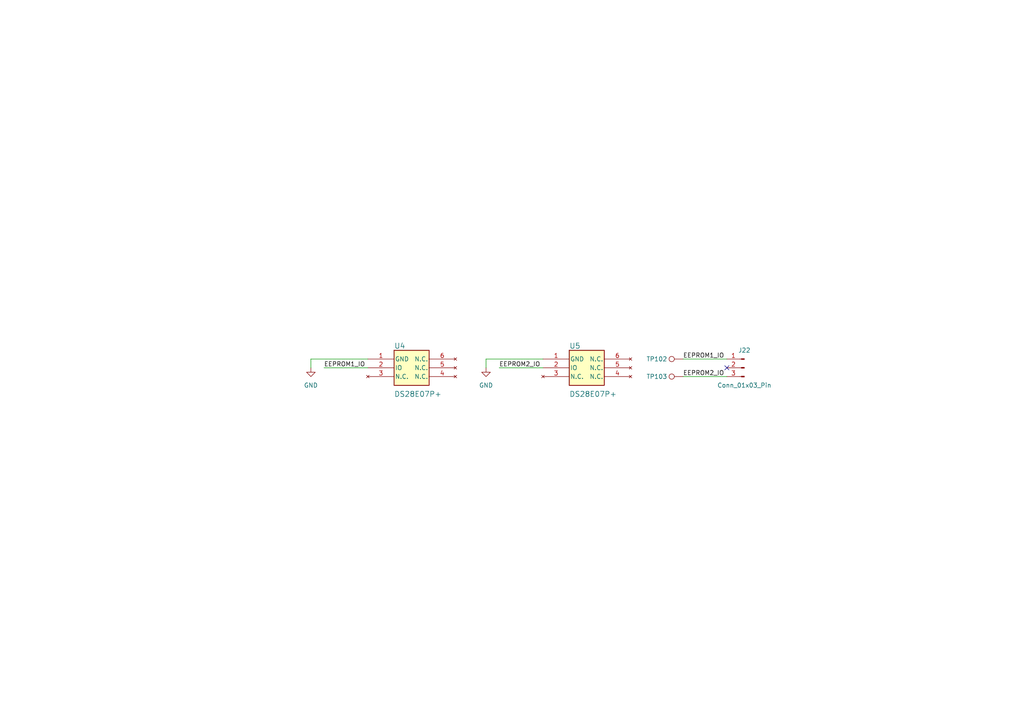
<source format=kicad_sch>
(kicad_sch (version 20231120) (generator "eeschema") (generator_version "8.0")
  (paper "A4")
  (title_block (title "EEPROMs") (date "2024-07-18") (rev "Final"))
  (lib_symbols
    (symbol "Connector:Conn_01x03_Pin" (pin_names (offset 1.016) hide)
      (property "Reference" "J" (at 0 5.08 0))
      (property "Value" "Conn_01x03_Pin" (at 0 -5.08 0))
      (symbol "Conn_01x03_Pin_1_1"
        (polyline (pts (xy 1.27 -2.54) (xy 0.8636 -2.54)) (stroke (width 0.1524)))
        (polyline (pts (xy 1.27 0) (xy 0.8636 0)) (stroke (width 0.1524)))
        (polyline (pts (xy 1.27 2.54) (xy 0.8636 2.54)) (stroke (width 0.1524)))
        (rectangle (start 0.8636 -2.413) (end 0 -2.667) (stroke (width 0.1524)) (fill (type outline)))
        (rectangle (start 0.8636 0.127) (end 0 -0.127) (stroke (width 0.1524)) (fill (type outline)))
        (rectangle (start 0.8636 2.667) (end 0 2.413) (stroke (width 0.1524)) (fill (type outline)))
        (pin passive line (at 5.08 2.54 180) (length 3.81) (name "Pin_1") (number "1"))
        (pin passive line (at 5.08 0 180) (length 3.81) (name "Pin_2") (number "2"))
        (pin passive line (at 5.08 -2.54 180) (length 3.81) (name "Pin_3") (number "3"))
      )
    )
    (symbol "Connector:TestPoint" (pin_numbers hide) (pin_names (offset 0.762) hide)
      (property "Reference" "TP" (at 0 6.858 0))
      (property "Value" "TestPoint" (at 0 5.08 0))
      (symbol "TestPoint_0_1"
        (circle (center 0 3.302) (radius 0.762))
      )
      (symbol "TestPoint_1_1"
        (pin passive line (at 0 0 90) (length 2.54) (name "1") (number "1"))
      )
    )
    (symbol "DS28E07P+:DS28E07P+" (pin_names (offset 0.254))
      (property "Reference" "U" (at 8.89 3.81 0))
      (property "Value" "DS28E07P+" (at 13.97 -10.16 0))
      (symbol "DS28E07P+_0_1"
        (rectangle (start 7.62 2.54) (end 17.78 -7.62) (stroke (width 0.254)) (fill (type background)))
        (pin power_out line (at 0 0 0) (length 7.62) (name "GND") (number "1"))
        (pin unspecified line (at 0 -2.54 0) (length 7.62) (name "IO") (number "2"))
        (pin no_connect line (at 0 -5.08 0) (length 7.62) (name "N.C.") (number "3"))
        (pin no_connect line (at 25.4 -5.08 180) (length 7.62) (name "N.C.") (number "4"))
        (pin no_connect line (at 25.4 -2.54 180) (length 7.62) (name "N.C.") (number "5"))
        (pin no_connect line (at 25.4 0 180) (length 7.62) (name "N.C.") (number "6"))
      )
    )
    (symbol "power:GND" (power) (pin_names (offset 0))
      (property "Value" "GND" (at 0 -3.81 0))
      (symbol "GND_0_1"
        (polyline (pts (xy 0 0) (xy 0 -1.27) (xy 1.27 -1.27) (xy 0 -2.54) (xy -1.27 -1.27) (xy 0 -1.27)))
      )
      (symbol "GND_1_1"
        (pin power_in line (at 0 0 270) (length 0) hide (name "GND") (number "1"))
      )
    )
  )
  (no_connect (at 210.82 106.68))
  (wire (pts (xy 198.12 109.22) (xy 210.82 109.22)))
  (wire (pts (xy 198.12 104.14) (xy 210.82 104.14)))
  (wire (pts (xy 144.78 106.68) (xy 157.48 106.68)))
  (wire (pts (xy 140.97 106.68) (xy 140.97 104.14)))
  (wire (pts (xy 140.97 104.14) (xy 157.48 104.14)))
  (wire (pts (xy 93.98 106.68) (xy 106.68 106.68)))
  (wire (pts (xy 90.17 104.14) (xy 106.68 104.14)))
  (wire (pts (xy 90.17 106.68) (xy 90.17 104.14)))
  (label "EEPROM1_IO" (at 93.98 106.68 0))
  (label "EEPROM2_IO" (at 144.78 106.68 0))
  (label "EEPROM1_IO" (at 198.12 104.14 0))
  (label "EEPROM2_IO" (at 198.12 109.22 0))
  (symbol (lib_id "DS28E07P+:DS28E07P+") (at 106.68 104.14 0) (unit 1)
    (property "Reference" "U4" (at 114.3 100.33 0) (effects (font (size 1.524 1.524)) (justify left)))
    (property "Value" "DS28E07P+" (at 114.3 114.3 0) (effects (font (size 1.524 1.524)) (justify left)))
    (property "Footprint" "TFG:DS28E07P+" (effects (hide yes)))
    (property "Datasheet" "https://www.analog.com/media/en/technical-documentation/data-sheets/DS28E07.pdf" (effects (hide yes)))
  )
  (symbol (lib_id "Connector:TestPoint") (at 198.12 109.22 90) (unit 1)
    (property "Reference" "TP103" (at 190.5 109.22 90))
    (property "Value" "TestPoint" (effects (hide yes)))
    (property "Footprint" "TestPoint:TestPoint_Pad_D1.5mm" (effects (hide yes)))
  )
  (symbol (lib_id "Connector:Conn_01x03_Pin") (at 215.9 106.68 0) (mirror y) (unit 1)
    (property "Reference" "J22" (at 215.9 101.6 0))
    (property "Value" "Conn_01x03_Pin" (at 215.9 111.76 0))
    (property "Footprint" "Connector_PinHeader_2.54mm:PinHeader_1x03_P2.54mm_Vertical" (effects (hide yes)))
  )
  (symbol (lib_id "power:GND") (at 140.97 106.68 0) (unit 1)
    (property "Reference" "#PWR065" (effects (hide yes)))
    (property "Value" "GND" (at 140.97 111.76 0))
  )
  (symbol (lib_id "Connector:TestPoint") (at 198.12 104.14 90) (unit 1)
    (property "Reference" "TP102" (at 190.5 104.14 90))
    (property "Value" "TestPoint" (effects (hide yes)))
    (property "Footprint" "TestPoint:TestPoint_Pad_D1.5mm" (effects (hide yes)))
  )
  (symbol (lib_id "power:GND") (at 90.17 106.68 0) (unit 1)
    (property "Reference" "#PWR064" (effects (hide yes)))
    (property "Value" "GND" (at 90.17 111.76 0))
  )
  (symbol (lib_id "DS28E07P+:DS28E07P+") (at 157.48 104.14 0) (unit 1)
    (property "Reference" "U5" (at 165.1 100.33 0) (effects (font (size 1.524 1.524)) (justify left)))
    (property "Value" "DS28E07P+" (at 165.1 114.3 0) (effects (font (size 1.524 1.524)) (justify left)))
    (property "Footprint" "TFG:DS28E07P+" (effects (hide yes)))
    (property "Datasheet" "https://www.analog.com/media/en/technical-documentation/data-sheets/DS28E07.pdf" (effects (hide yes)))
  )
)
</source>
